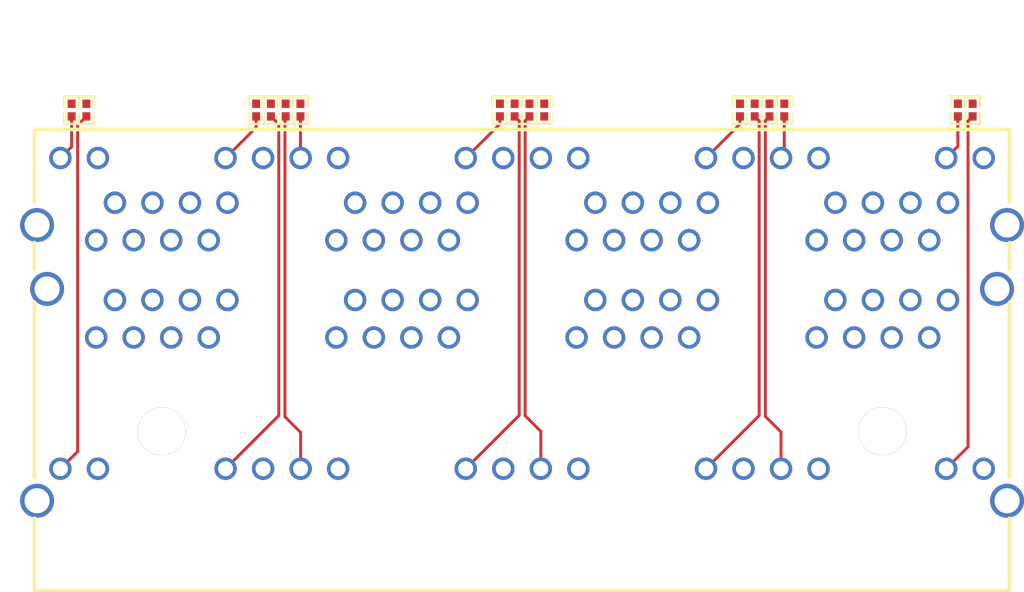
<source format=kicad_pcb>
(kicad_pcb (version 20241229) (generator "pcbnew") (generator_version "9.0")
  (layers (0 "F.Cu" signal) (2 "B.Cu" signal) (13 "F.Paste" user) (15 "B.Paste" user) (5 "F.SilkS" user "F.Silkscreen") (7 "B.SilkS" user "B.Silkscreen") (1 "F.Mask" user) (3 "B.Mask" user) (25 "Edge.Cuts" user))
  (net 0 "")
  (net 1 "ethernet[3]-ETH_P2_N")
  (net 2 "ethernet[3]-ETH_P1_P")
  (net 3 "ethernet[5]-ETH_P2_P")
  (net 4 "ethernet[0]-ETH_LED_SPEED")
  (net 5 "_57")
  (net 6 "ethernet[0]-ETH_P2_P")
  (net 7 "ethernet[7]-ETH_P1_N")
  (net 8 "_81")
  (net 9 "ethernet[6]-ETH_P0_N")
  (net 10 "ethernet[4]-ETH_P0_P")
  (net 11 "ethernet[0]-ETH_P1_P")
  (net 12 "_36")
  (net 13 "_34")
  (net 14 "ethernet[2]-ETH_P1_N")
  (net 15 "ethernet[3]-ETH_P2_P")
  (net 16 "ethernet[0]-ETH_P2_N")
  (net 17 "ethernet[4]-ETH_P3_P")
  (net 18 "ethernet[5]-ETH_P2_N")
  (net 19 "ethernet[1]-ETH_P3_N")
  (net 20 "ethernet[7]-ETH_P3_P")
  (net 21 "_12")
  (net 22 "ethernet[5]-ETH_P0_N")
  (net 23 "_59")
  (net 24 "ethernet[4]-ETH_P1_N")
  (net 25 "ethernet[4]-ETH_P2_P")
  (net 26 "ethernet[2]-ETH_P3_P")
  (net 27 "ethernet[6]-ETH_P2_P")
  (net 28 "ethernet[4]-ETH_P3_N")
  (net 29 "ethernet[4]-ETH_P0_N")
  (net 30 "ethernet[5]-ETH_P1_N")
  (net 31 "ethernet[3]-ETH_LED_LINK")
  (net 32 "ethernet[0]-ETH_P0_P")
  (net 33 "ethernet[1]-ETH_P1_P")
  (net 34 "ethernet[7]-ETH_P3_N")
  (net 35 "ethernet[1]-ETH_LED_SPEED")
  (net 36 "ethernet[7]-ETH_P0_N")
  (net 37 "ethernet[6]-ETH_P3_N")
  (net 38 "ethernet[6]-ETH_P2_N")
  (net 39 "ethernet[7]-ETH_LED_SPEED")
  (net 40 "ethernet[2]-ETH_P0_P")
  (net 41 "ethernet[1]-ETH_P2_P")
  (net 42 "ethernet[2]-ETH_P3_N")
  (net 43 "_93")
  (net 44 "GND")
  (net 45 "ethernet[4]-ETH_LED_LINK")
  (net 46 "ethernet[3]-ETH_P1_N")
  (net 47 "ethernet[5]-ETH_P3_P")
  (net 48 "ethernet[6]-ETH_P1_N")
  (net 49 "ethernet[6]-ETH_P1_P")
  (net 50 "ethernet[1]-ETH_P2_N")
  (net 51 "ethernet[5]-ETH_P3_N")
  (net 52 "ethernet[3]-ETH_P3_P")
  (net 53 "ethernet[0]-ETH_P1_N")
  (net 54 "ethernet[4]-ETH_P1_P")
  (net 55 "ethernet[7]-ETH_P1_P")
  (net 56 "_24")
  (net 57 "_95")
  (net 58 "ethernet[0]-ETH_LED_LINK")
  (net 59 "ethernet[5]-ETH_LED_LINK")
  (net 60 "ethernet[2]-ETH_LED_LINK")
  (net 61 "ethernet[1]-ETH_P0_N")
  (net 62 "_10")
  (net 63 "ethernet[6]-ETH_LED_SPEED")
  (net 64 "ethernet[5]-ETH_P0_P")
  (net 65 "_69")
  (net 66 "ethernet[6]-ETH_P3_P")
  (net 67 "_71")
  (net 68 "ethernet[3]-ETH_P0_P")
  (net 69 "ethernet[1]-ETH_P0_P")
  (net 70 "ethernet[2]-ETH_LED_SPEED")
  (net 71 "ethernet[2]-ETH_P1_P")
  (net 72 "ethernet[1]-ETH_P1_N")
  (net 73 "ethernet[3]-ETH_P3_N")
  (net 74 "ethernet[7]-ETH_P0_P")
  (net 75 "ethernet[2]-ETH_P0_N")
  (net 76 "ethernet[3]-ETH_LED_SPEED")
  (net 77 "ethernet[1]-ETH_LED_LINK")
  (net 78 "ethernet[6]-ETH_LED_LINK")
  (net 79 "ethernet[2]-ETH_P2_P")
  (net 80 "ethernet[0]-ETH_P3_N")
  (net 81 "_46")
  (net 82 "ethernet[0]-ETH_P3_P")
  (net 83 "ethernet[7]-ETH_P2_P")
  (net 84 "ethernet[3]-ETH_P0_N")
  (net 85 "ethernet[1]-ETH_P3_P")
  (net 86 "ethernet[7]-ETH_LED_LINK")
  (net 87 "ethernet[7]-ETH_P2_N")
  (net 88 "ethernet[4]-ETH_P2_N")
  (net 89 "_48")
  (net 90 "ethernet[5]-ETH_P1_P")
  (net 91 "ethernet[6]-ETH_P0_P")
  (net 92 "ethernet[4]-ETH_LED_SPEED")
  (net 93 "ethernet[2]-ETH_P2_N")
  (net 94 "_22")
  (net 95 "_83")
  (net 96 "ethernet[0]-ETH_P0_N")
  (net 97 "ethernet[5]-ETH_LED_SPEED")
  (net 98 "net")
  (footprint "UNI_ROYAL_0402WGF4700TCE:R0402" (layer "F.Cu") (at 140.5 98.643503 -90)
    (property "Reference" "R6" (hide yes))
    (property "Value" "470Ω ±1% 62.5mW")
    (fp_line (start -0.94 0.5) (end -0.94 -0.5) (stroke (width 0.15)) (layer "F.SilkS"))
    (fp_line (start -0.23 0.5) (end -0.94 0.5) (stroke (width 0.15)) (layer "F.SilkS"))
    (fp_line (start 0.23 0.5) (end 0.94 0.5) (stroke (width 0.15)) (layer "F.SilkS"))
    (fp_line (start 0.94 0.5) (end 0.94 -0.5) (stroke (width 0.15)) (layer "F.SilkS"))
    (fp_line (start -0.94 -0.5) (end -0.23 -0.5) (stroke (width 0.15)) (layer "F.SilkS"))
    (fp_line (start 0.94 -0.5) (end 0.23 -0.5) (stroke (width 0.15)) (layer "F.SilkS"))
    (pad "1" smd rect (at -0.43 0 270) (size 0.57 0.54) (layers "F.Cu" "F.Mask" "F.Paste") (net 97 "ethernet[5]-ETH_LED_SPEED"))
    (pad "2" smd rect (at 0.43 0 270) (size 0.57 0.54) (layers "F.Cu" "F.Mask" "F.Paste") (net 65 "_69"))
  )
  (footprint "UNI_ROYAL_0402WGF4700TCE:R0402" (layer "F.Cu") (at 123 98.643503 -90)
    (property "Reference" "R16" (hide yes))
    (property "Value" "470Ω ±1% 62.5mW")
    (fp_line (start -0.94 0.5) (end -0.94 -0.5) (stroke (width 0.15)) (layer "F.SilkS"))
    (fp_line (start -0.23 0.5) (end -0.94 0.5) (stroke (width 0.15)) (layer "F.SilkS"))
    (fp_line (start 0.23 0.5) (end 0.94 0.5) (stroke (width 0.15)) (layer "F.SilkS"))
    (fp_line (start 0.94 0.5) (end 0.94 -0.5) (stroke (width 0.15)) (layer "F.SilkS"))
    (fp_line (start -0.94 -0.5) (end -0.23 -0.5) (stroke (width 0.15)) (layer "F.SilkS"))
    (fp_line (start 0.94 -0.5) (end 0.23 -0.5) (stroke (width 0.15)) (layer "F.SilkS"))
    (pad "1" smd rect (at -0.43 0 270) (size 0.57 0.54) (layers "F.Cu" "F.Mask" "F.Paste") (net 86 "ethernet[7]-ETH_LED_LINK"))
    (pad "2" smd rect (at 0.43 0 270) (size 0.57 0.54) (layers "F.Cu" "F.Mask" "F.Paste") (net 57 "_95"))
  )
  (footprint "UNI_ROYAL_0402WGF4700TCE:R0402" (layer "F.Cu") (at 157.75 98.643503 -90)
    (property "Reference" "R1" (hide yes))
    (property "Value" "470Ω ±1% 62.5mW")
    (fp_line (start -0.94 0.5) (end -0.94 -0.5) (stroke (width 0.15)) (layer "F.SilkS"))
    (fp_line (start -0.23 0.5) (end -0.94 0.5) (stroke (width 0.15)) (layer "F.SilkS"))
    (fp_line (start 0.23 0.5) (end 0.94 0.5) (stroke (width 0.15)) (layer "F.SilkS"))
    (fp_line (start 0.94 0.5) (end 0.94 -0.5) (stroke (width 0.15)) (layer "F.SilkS"))
    (fp_line (start -0.94 -0.5) (end -0.23 -0.5) (stroke (width 0.15)) (layer "F.SilkS"))
    (fp_line (start 0.94 -0.5) (end 0.23 -0.5) (stroke (width 0.15)) (layer "F.SilkS"))
    (pad "1" smd rect (at -0.43 0 270) (size 0.57 0.54) (layers "F.Cu" "F.Mask" "F.Paste") (net 4 "ethernet[0]-ETH_LED_SPEED"))
    (pad "2" smd rect (at 0.43 0 270) (size 0.57 0.54) (layers "F.Cu" "F.Mask" "F.Paste") (net 21 "_12"))
  )
  (footprint "UNI_ROYAL_0402WGF4700TCE:R0402" (layer "F.Cu") (at 170.5 98.643503 -90)
    (property "Reference" "R13" (hide yes))
    (property "Value" "470Ω ±1% 62.5mW")
    (fp_line (start -0.94 0.5) (end -0.94 -0.5) (stroke (width 0.15)) (layer "F.SilkS"))
    (fp_line (start -0.23 0.5) (end -0.94 0.5) (stroke (width 0.15)) (layer "F.SilkS"))
    (fp_line (start 0.23 0.5) (end 0.94 0.5) (stroke (width 0.15)) (layer "F.SilkS"))
    (fp_line (start 0.94 0.5) (end 0.94 -0.5) (stroke (width 0.15)) (layer "F.SilkS"))
    (fp_line (start -0.94 -0.5) (end -0.23 -0.5) (stroke (width 0.15)) (layer "F.SilkS"))
    (fp_line (start 0.94 -0.5) (end 0.23 -0.5) (stroke (width 0.15)) (layer "F.SilkS"))
    (pad "1" smd rect (at -0.43 0 270) (size 0.57 0.54) (layers "F.Cu" "F.Mask" "F.Paste") (net 45 "ethernet[4]-ETH_LED_LINK"))
    (pad "2" smd rect (at 0.43 0 270) (size 0.57 0.54) (layers "F.Cu" "F.Mask" "F.Paste") (net 23 "_59"))
  )
  (footprint "UNI_ROYAL_0402WGF4700TCE:R0402" (layer "F.Cu") (at 154.75 98.643503 -90)
    (property "Reference" "R10" (hide yes))
    (property "Value" "470Ω ±1% 62.5mW")
    (fp_line (start -0.94 0.5) (end -0.94 -0.5) (stroke (width 0.15)) (layer "F.SilkS"))
    (fp_line (start -0.23 0.5) (end -0.94 0.5) (stroke (width 0.15)) (layer "F.SilkS"))
    (fp_line (start 0.23 0.5) (end 0.94 0.5) (stroke (width 0.15)) (layer "F.SilkS"))
    (fp_line (start 0.94 0.5) (end 0.94 -0.5) (stroke (width 0.15)) (layer "F.SilkS"))
    (fp_line (start -0.94 -0.5) (end -0.23 -0.5) (stroke (width 0.15)) (layer "F.SilkS"))
    (fp_line (start 0.94 -0.5) (end 0.23 -0.5) (stroke (width 0.15)) (layer "F.SilkS"))
    (pad "1" smd rect (at -0.43 0 270) (size 0.57 0.54) (layers "F.Cu" "F.Mask" "F.Paste") (net 77 "ethernet[1]-ETH_LED_LINK"))
    (pad "2" smd rect (at 0.43 0 270) (size 0.57 0.54) (layers "F.Cu" "F.Mask" "F.Paste") (net 94 "_22"))
  )
  (footprint "UNI_ROYAL_0402WGF4700TCE:R0402" (layer "F.Cu") (at 156.75 98.643503 -90)
    (property "Reference" "R5" (hide yes))
    (property "Value" "470Ω ±1% 62.5mW")
    (fp_line (start -0.94 0.5) (end -0.94 -0.5) (stroke (width 0.15)) (layer "F.SilkS"))
    (fp_line (start -0.23 0.5) (end -0.94 0.5) (stroke (width 0.15)) (layer "F.SilkS"))
    (fp_line (start 0.23 0.5) (end 0.94 0.5) (stroke (width 0.15)) (layer "F.SilkS"))
    (fp_line (start 0.94 0.5) (end 0.94 -0.5) (stroke (width 0.15)) (layer "F.SilkS"))
    (fp_line (start -0.94 -0.5) (end -0.23 -0.5) (stroke (width 0.15)) (layer "F.SilkS"))
    (fp_line (start 0.94 -0.5) (end 0.23 -0.5) (stroke (width 0.15)) (layer "F.SilkS"))
    (pad "1" smd rect (at -0.43 0 270) (size 0.57 0.54) (layers "F.Cu" "F.Mask" "F.Paste") (net 92 "ethernet[4]-ETH_LED_SPEED"))
    (pad "2" smd rect (at 0.43 0 270) (size 0.57 0.54) (layers "F.Cu" "F.Mask" "F.Paste") (net 5 "_57"))
  )
  (footprint "UNI_ROYAL_0402WGF4700TCE:R0402" (layer "F.Cu") (at 122 98.643503 -90)
    (property "Reference" "R12" (hide yes))
    (property "Value" "470Ω ±1% 62.5mW")
    (fp_line (start -0.94 0.5) (end -0.94 -0.5) (stroke (width 0.15)) (layer "F.SilkS"))
    (fp_line (start -0.23 0.5) (end -0.94 0.5) (stroke (width 0.15)) (layer "F.SilkS"))
    (fp_line (start 0.23 0.5) (end 0.94 0.5) (stroke (width 0.15)) (layer "F.SilkS"))
    (fp_line (start 0.94 0.5) (end 0.94 -0.5) (stroke (width 0.15)) (layer "F.SilkS"))
    (fp_line (start -0.94 -0.5) (end -0.23 -0.5) (stroke (width 0.15)) (layer "F.SilkS"))
    (fp_line (start 0.94 -0.5) (end 0.23 -0.5) (stroke (width 0.15)) (layer "F.SilkS"))
    (pad "1" smd rect (at -0.43 0 270) (size 0.57 0.54) (layers "F.Cu" "F.Mask" "F.Paste") (net 31 "ethernet[3]-ETH_LED_LINK"))
    (pad "2" smd rect (at 0.43 0 270) (size 0.57 0.54) (layers "F.Cu" "F.Mask" "F.Paste") (net 81 "_46"))
  )
  (footprint "UNI_ROYAL_0402WGF4700TCE:R0402" (layer "F.Cu") (at 139.5 98.643503 -90)
    (property "Reference" "R15" (hide yes))
    (property "Value" "470Ω ±1% 62.5mW")
    (fp_line (start -0.94 0.5) (end -0.94 -0.5) (stroke (width 0.15)) (layer "F.SilkS"))
    (fp_line (start -0.23 0.5) (end -0.94 0.5) (stroke (width 0.15)) (layer "F.SilkS"))
    (fp_line (start 0.23 0.5) (end 0.94 0.5) (stroke (width 0.15)) (layer "F.SilkS"))
    (fp_line (start 0.94 0.5) (end 0.94 -0.5) (stroke (width 0.15)) (layer "F.SilkS"))
    (fp_line (start -0.94 -0.5) (end -0.23 -0.5) (stroke (width 0.15)) (layer "F.SilkS"))
    (fp_line (start 0.94 -0.5) (end 0.23 -0.5) (stroke (width 0.15)) (layer "F.SilkS"))
    (pad "1" smd rect (at -0.43 0 270) (size 0.57 0.54) (layers "F.Cu" "F.Mask" "F.Paste") (net 78 "ethernet[6]-ETH_LED_LINK"))
    (pad "2" smd rect (at 0.43 0 270) (size 0.57 0.54) (layers "F.Cu" "F.Mask" "F.Paste") (net 95 "_83"))
  )
  (footprint "HCTL_HC_RJ45_059C_2_4_1:RJ45-TH_HC-RJ45-059C-2X4-1" (layer "F.Cu") (at 140 113.5 0)
    (property "Reference" "U1" (hide yes))
    (property "Value" "")
    (fp_line (start -33 -13.54) (end -33 -8.62) (stroke (width 0.25)) (layer "F.SilkS"))
    (fp_line (start -33 -5.88) (end -33 -4.02) (stroke (width 0.25)) (layer "F.SilkS"))
    (fp_line (start -33 -1.84) (end -33 10.05) (stroke (width 0.25)) (layer "F.SilkS"))
    (fp_line (start -33 12.79) (end -33 17.69) (stroke (width 0.25)) (layer "F.SilkS"))
    (fp_line (start 33 -13.54) (end -33 -13.54) (stroke (width 0.25)) (layer "F.SilkS"))
    (fp_line (start 33 -13.54) (end 33 -8.62) (stroke (width 0.25)) (layer "F.SilkS"))
    (fp_line (start 33 -5.88) (end 33 -4.02) (stroke (width 0.25)) (layer "F.SilkS"))
    (fp_line (start 33 -1.84) (end 33 10.05) (stroke (width 0.25)) (layer "F.SilkS"))
    (fp_line (start 33 12.79) (end 33 17.69) (stroke (width 0.25)) (layer "F.SilkS"))
    (fp_line (start 33 17.69) (end -33 17.69) (stroke (width 0.25)) (layer "F.SilkS"))
    (pad "" thru_hole circle (at -24.39 6.9 0) (size 3.25 3.25) (drill 3.25) (layers "*.Cu" "*.Mask") (net 98 "net"))
    (pad "" thru_hole circle (at 24.39 6.9 0) (size 3.25 3.25) (drill 3.25) (layers "*.Cu" "*.Mask") (net 98 "net"))
    (pad "1" thru_hole circle (at 28.83 -8.58 0) (size 1.52 1.52) (drill 1.020013) (layers "*.Cu" "*.Mask") (net 32 "ethernet[0]-ETH_P0_P"))
    (pad "2" thru_hole circle (at 27.56 -6.04 0) (size 1.52 1.52) (drill 1.020013) (layers "*.Cu" "*.Mask") (net 96 "ethernet[0]-ETH_P0_N"))
    (pad "3" thru_hole circle (at 26.29 -8.58 0) (size 1.52 1.52) (drill 1.020013) (layers "*.Cu" "*.Mask") (net 11 "ethernet[0]-ETH_P1_P"))
    (pad "4" thru_hole circle (at 25.02 -6.04 0) (size 1.52 1.52) (drill 1.020013) (layers "*.Cu" "*.Mask") (net 6 "ethernet[0]-ETH_P2_P"))
    (pad "5" thru_hole circle (at 23.75 -8.58 0) (size 1.52 1.52) (drill 1.020013) (layers "*.Cu" "*.Mask") (net 16 "ethernet[0]-ETH_P2_N"))
    (pad "6" thru_hole circle (at 22.48 -6.04 0) (size 1.52 1.52) (drill 1.020013) (layers "*.Cu" "*.Mask") (net 53 "ethernet[0]-ETH_P1_N"))
    (pad "7" thru_hole circle (at 21.21 -8.58 0) (size 1.52 1.52) (drill 1.020013) (layers "*.Cu" "*.Mask") (net 82 "ethernet[0]-ETH_P3_P"))
    (pad "8" thru_hole circle (at 19.94 -6.04 0) (size 1.52 1.52) (drill 1.020013) (layers "*.Cu" "*.Mask") (net 80 "ethernet[0]-ETH_P3_N"))
    (pad "9" thru_hole circle (at 31.25 -11.61 0) (size 1.52 1.52) (drill 1.020013) (layers "*.Cu" "*.Mask") (net 44 "GND"))
    (pad "10" thru_hole circle (at 28.71 -11.61 0) (size 1.52 1.52) (drill 1.020013) (layers "*.Cu" "*.Mask") (net 62 "_10"))
    (pad "11" thru_hole circle (at 20.07 -11.61 0) (size 1.52 1.52) (drill 1.020013) (layers "*.Cu" "*.Mask") (net 44 "GND"))
    (pad "12" thru_hole circle (at 17.53 -11.61 0) (size 1.52 1.52) (drill 1.020013) (layers "*.Cu" "*.Mask") (net 21 "_12"))
    (pad "13" thru_hole circle (at 12.58 -8.58 0) (size 1.52 1.52) (drill 1.020013) (layers "*.Cu" "*.Mask") (net 69 "ethernet[1]-ETH_P0_P"))
    (pad "14" thru_hole circle (at 11.31 -6.04 0) (size 1.52 1.52) (drill 1.020013) (layers "*.Cu" "*.Mask") (net 61 "ethernet[1]-ETH_P0_N"))
    (pad "15" thru_hole circle (at 10.04 -8.58 0) (size 1.52 1.52) (drill 1.020013) (layers "*.Cu" "*.Mask") (net 33 "ethernet[1]-ETH_P1_P"))
    (pad "16" thru_hole circle (at 8.77 -6.04 0) (size 1.52 1.52) (drill 1.020013) (layers "*.Cu" "*.Mask") (net 41 "ethernet[1]-ETH_P2_P"))
    (pad "17" thru_hole circle (at 7.5 -8.58 0) (size 1.52 1.52) (drill 1.020013) (layers "*.Cu" "*.Mask") (net 50 "ethernet[1]-ETH_P2_N"))
    (pad "18" thru_hole circle (at 6.23 -6.04 0) (size 1.52 1.52) (drill 1.020013) (layers "*.Cu" "*.Mask") (net 72 "ethernet[1]-ETH_P1_N"))
    (pad "19" thru_hole circle (at 4.96 -8.58 0) (size 1.52 1.52) (drill 1.020013) (layers "*.Cu" "*.Mask") (net 85 "ethernet[1]-ETH_P3_P"))
    (pad "20" thru_hole circle (at 3.69 -6.04 0) (size 1.52 1.52) (drill 1.020013) (layers "*.Cu" "*.Mask") (net 19 "ethernet[1]-ETH_P3_N"))
    (pad "21" thru_hole circle (at 14.99 -11.61 0) (size 1.52 1.52) (drill 1.020013) (layers "*.Cu" "*.Mask") (net 44 "GND"))
    (pad "22" thru_hole circle (at 12.45 -11.61 0) (size 1.52 1.52) (drill 1.020013) (layers "*.Cu" "*.Mask") (net 94 "_22"))
    (pad "23" thru_hole circle (at 3.81 -11.61 0) (size 1.52 1.52) (drill 1.020013) (layers "*.Cu" "*.Mask") (net 44 "GND"))
    (pad "24" thru_hole circle (at 1.27 -11.61 0) (size 1.52 1.52) (drill 1.020013) (layers "*.Cu" "*.Mask") (net 56 "_24"))
    (pad "25" thru_hole circle (at -3.68 -8.58 0) (size 1.52 1.52) (drill 1.020013) (layers "*.Cu" "*.Mask") (net 40 "ethernet[2]-ETH_P0_P"))
    (pad "26" thru_hole circle (at -4.95 -6.04 0) (size 1.52 1.52) (drill 1.020013) (layers "*.Cu" "*.Mask") (net 75 "ethernet[2]-ETH_P0_N"))
    (pad "27" thru_hole circle (at -6.22 -8.58 0) (size 1.52 1.52) (drill 1.020013) (layers "*.Cu" "*.Mask") (net 71 "ethernet[2]-ETH_P1_P"))
    (pad "28" thru_hole circle (at -7.49 -6.04 0) (size 1.52 1.52) (drill 1.020013) (layers "*.Cu" "*.Mask") (net 79 "ethernet[2]-ETH_P2_P"))
    (pad "29" thru_hole circle (at -8.76 -8.58 0) (size 1.52 1.52) (drill 1.020013) (layers "*.Cu" "*.Mask") (net 93 "ethernet[2]-ETH_P2_N"))
    (pad "30" thru_hole circle (at -10.03 -6.04 0) (size 1.52 1.52) (drill 1.020013) (layers "*.Cu" "*.Mask") (net 14 "ethernet[2]-ETH_P1_N"))
    (pad "31" thru_hole circle (at -11.3 -8.58 0) (size 1.52 1.52) (drill 1.020013) (layers "*.Cu" "*.Mask") (net 26 "ethernet[2]-ETH_P3_P"))
    (pad "32" thru_hole circle (at -12.57 -6.04 0) (size 1.52 1.52) (drill 1.020013) (layers "*.Cu" "*.Mask") (net 42 "ethernet[2]-ETH_P3_N"))
    (pad "33" thru_hole circle (at -1.27 -11.61 0) (size 1.52 1.52) (drill 1.020013) (layers "*.Cu" "*.Mask") (net 44 "GND"))
    (pad "34" thru_hole circle (at -3.81 -11.61 0) (size 1.52 1.52) (drill 1.020013) (layers "*.Cu" "*.Mask") (net 13 "_34"))
    (pad "35" thru_hole circle (at -12.45 -11.61 0) (size 1.52 1.52) (drill 1.020013) (layers "*.Cu" "*.Mask") (net 44 "GND"))
    (pad "36" thru_hole circle (at -14.99 -11.61 0) (size 1.52 1.52) (drill 1.020013) (layers "*.Cu" "*.Mask") (net 12 "_36"))
    (pad "37" thru_hole circle (at -19.94 -8.58 0) (size 1.52 1.52) (drill 1.020013) (layers "*.Cu" "*.Mask") (net 68 "ethernet[3]-ETH_P0_P"))
    (pad "38" thru_hole circle (at -21.21 -6.04 0) (size 1.52 1.52) (drill 1.020013) (layers "*.Cu" "*.Mask") (net 84 "ethernet[3]-ETH_P0_N"))
    (pad "39" thru_hole circle (at -22.48 -8.58 0) (size 1.52 1.52) (drill 1.020013) (layers "*.Cu" "*.Mask") (net 2 "ethernet[3]-ETH_P1_P"))
    (pad "40" thru_hole circle (at -23.75 -6.04 0) (size 1.52 1.52) (drill 1.020013) (layers "*.Cu" "*.Mask") (net 15 "ethernet[3]-ETH_P2_P"))
    (pad "41" thru_hole circle (at -25.02 -8.58 0) (size 1.52 1.52) (drill 1.020013) (layers "*.Cu" "*.Mask") (net 1 "ethernet[3]-ETH_P2_N"))
    (pad "42" thru_hole circle (at -26.29 -6.04 0) (size 1.52 1.52) (drill 1.020013) (layers "*.Cu" "*.Mask") (net 46 "ethernet[3]-ETH_P1_N"))
    (pad "43" thru_hole circle (at -27.56 -8.58 0) (size 1.52 1.52) (drill 1.020013) (layers "*.Cu" "*.Mask") (net 52 "ethernet[3]-ETH_P3_P"))
    (pad "44" thru_hole circle (at -28.83 -6.04 0) (size 1.52 1.52) (drill 1.020013) (layers "*.Cu" "*.Mask") (net 73 "ethernet[3]-ETH_P3_N"))
    (pad "45" thru_hole circle (at -17.53 -11.61 0) (size 1.52 1.52) (drill 1.020013) (layers "*.Cu" "*.Mask") (net 44 "GND"))
    (pad "46" thru_hole circle (at -20.07 -11.61 0) (size 1.52 1.52) (drill 1.020013) (layers "*.Cu" "*.Mask") (net 81 "_46"))
    (pad "47" thru_hole circle (at -28.71 -11.61 0) (size 1.52 1.52) (drill 1.020013) (layers "*.Cu" "*.Mask") (net 44 "GND"))
    (pad "48" thru_hole circle (at -31.25 -11.61 0) (size 1.52 1.52) (drill 1.020013) (layers "*.Cu" "*.Mask") (net 89 "_48"))
    (pad "49" thru_hole circle (at 19.94 0.55 0) (size 1.52 1.52) (drill 1.020013) (layers "*.Cu" "*.Mask") (net 10 "ethernet[4]-ETH_P0_P"))
    (pad "50" thru_hole circle (at 21.21 -1.99 0) (size 1.52 1.52) (drill 1.020013) (layers "*.Cu" "*.Mask") (net 29 "ethernet[4]-ETH_P0_N"))
    (pad "51" thru_hole circle (at 22.48 0.55 0) (size 1.52 1.52) (drill 1.020013) (layers "*.Cu" "*.Mask") (net 54 "ethernet[4]-ETH_P1_P"))
    (pad "52" thru_hole circle (at 23.75 -1.99 0) (size 1.52 1.52) (drill 1.020013) (layers "*.Cu" "*.Mask") (net 25 "ethernet[4]-ETH_P2_P"))
    (pad "53" thru_hole circle (at 25.02 0.55 0) (size 1.52 1.52) (drill 1.020013) (layers "*.Cu" "*.Mask") (net 88 "ethernet[4]-ETH_P2_N"))
    (pad "54" thru_hole circle (at 26.29 -1.99 0) (size 1.52 1.52) (drill 1.020013) (layers "*.Cu" "*.Mask") (net 24 "ethernet[4]-ETH_P1_N"))
    (pad "55" thru_hole circle (at 27.56 0.55 0) (size 1.52 1.52) (drill 1.020013) (layers "*.Cu" "*.Mask") (net 17 "ethernet[4]-ETH_P3_P"))
    (pad "56" thru_hole circle (at 28.83 -1.99 0) (size 1.52 1.52) (drill 1.020013) (layers "*.Cu" "*.Mask") (net 28 "ethernet[4]-ETH_P3_N"))
    (pad "57" thru_hole circle (at 17.53 9.44 0) (size 1.52 1.52) (drill 1.020013) (layers "*.Cu" "*.Mask") (net 5 "_57"))
    (pad "58" thru_hole circle (at 20.07 9.44 0) (size 1.52 1.52) (drill 1.020013) (layers "*.Cu" "*.Mask") (net 44 "GND"))
    (pad "59" thru_hole circle (at 28.71 9.44 0) (size 1.52 1.52) (drill 1.020013) (layers "*.Cu" "*.Mask") (net 23 "_59"))
    (pad "60" thru_hole circle (at 31.25 9.44 0) (size 1.52 1.52) (drill 1.020013) (layers "*.Cu" "*.Mask") (net 44 "GND"))
    (pad "61" thru_hole circle (at 3.69 0.55 0) (size 1.52 1.52) (drill 1.020013) (layers "*.Cu" "*.Mask") (net 64 "ethernet[5]-ETH_P0_P"))
    (pad "62" thru_hole circle (at 4.96 -1.99 0) (size 1.52 1.52) (drill 1.020013) (layers "*.Cu" "*.Mask") (net 22 "ethernet[5]-ETH_P0_N"))
    (pad "63" thru_hole circle (at 6.23 0.55 0) (size 1.52 1.52) (drill 1.020013) (layers "*.Cu" "*.Mask") (net 90 "ethernet[5]-ETH_P1_P"))
    (pad "64" thru_hole circle (at 7.5 -1.99 0) (size 1.52 1.52) (drill 1.020013) (layers "*.Cu" "*.Mask") (net 3 "ethernet[5]-ETH_P2_P"))
    (pad "65" thru_hole circle (at 8.77 0.55 0) (size 1.52 1.52) (drill 1.020013) (layers "*.Cu" "*.Mask") (net 18 "ethernet[5]-ETH_P2_N"))
    (pad "66" thru_hole circle (at 10.04 -1.99 0) (size 1.52 1.52) (drill 1.020013) (layers "*.Cu" "*.Mask") (net 30 "ethernet[5]-ETH_P1_N"))
    (pad "67" thru_hole circle (at 11.31 0.55 0) (size 1.52 1.52) (drill 1.020013) (layers "*.Cu" "*.Mask") (net 47 "ethernet[5]-ETH_P3_P"))
    (pad "68" thru_hole circle (at 12.58 -1.99 0) (size 1.52 1.52) (drill 1.020013) (layers "*.Cu" "*.Mask") (net 51 "ethernet[5]-ETH_P3_N"))
    (pad "69" thru_hole circle (at 1.27 9.44 0) (size 1.52 1.52) (drill 1.020013) (layers "*.Cu" "*.Mask") (net 65 "_69"))
    (pad "70" thru_hole circle (at 3.81 9.44 0) (size 1.52 1.52) (drill 1.020013) (layers "*.Cu" "*.Mask") (net 44 "GND"))
    (pad "71" thru_hole circle (at 12.45 9.44 0) (size 1.52 1.52) (drill 1.020013) (layers "*.Cu" "*.Mask") (net 67 "_71"))
    (pad "72" thru_hole circle (at 14.99 9.44 0) (size 1.52 1.52) (drill 1.020013) (layers "*.Cu" "*.Mask") (net 44 "GND"))
    (pad "73" thru_hole circle (at -12.57 0.55 0) (size 1.52 1.52) (drill 1.020013) (layers "*.Cu" "*.Mask") (net 91 "ethernet[6]-ETH_P0_P"))
    (pad "74" thru_hole circle (at -11.3 -1.99 0) (size 1.52 1.52) (drill 1.020013) (layers "*.Cu" "*.Mask") (net 9 "ethernet[6]-ETH_P0_N"))
    (pad "75" thru_hole circle (at -10.03 0.55 0) (size 1.52 1.52) (drill 1.020013) (layers "*.Cu" "*.Mask") (net 49 "ethernet[6]-ETH_P1_P"))
    (pad "76" thru_hole circle (at -8.76 -1.99 0) (size 1.52 1.52) (drill 1.020013) (layers "*.Cu" "*.Mask") (net 27 "ethernet[6]-ETH_P2_P"))
    (pad "77" thru_hole circle (at -7.49 0.55 0) (size 1.52 1.52) (drill 1.020013) (layers "*.Cu" "*.Mask") (net 38 "ethernet[6]-ETH_P2_N"))
    (pad "78" thru_hole circle (at -6.22 -1.99 0) (size 1.52 1.52) (drill 1.020013) (layers "*.Cu" "*.Mask") (net 48 "ethernet[6]-ETH_P1_N"))
    (pad "79" thru_hole circle (at -4.95 0.55 0) (size 1.52 1.52) (drill 1.020013) (layers "*.Cu" "*.Mask") (net 66 "ethernet[6]-ETH_P3_P"))
    (pad "80" thru_hole circle (at -3.68 -1.99 0) (size 1.52 1.52) (drill 1.020013) (layers "*.Cu" "*.Mask") (net 37 "ethernet[6]-ETH_P3_N"))
    (pad "81" thru_hole circle (at -14.99 9.44 0) (size 1.52 1.52) (drill 1.020013) (layers "*.Cu" "*.Mask") (net 8 "_81"))
    (pad "82" thru_hole circle (at -12.45 9.44 0) (size 1.52 1.52) (drill 1.020013) (layers "*.Cu" "*.Mask") (net 44 "GND"))
    (pad "83" thru_hole circle (at -3.81 9.44 0) (size 1.52 1.52) (drill 1.020013) (layers "*.Cu" "*.Mask") (net 95 "_83"))
    (pad "84" thru_hole circle (at -1.27 9.44 0) (size 1.52 1.52) (drill 1.020013) (layers "*.Cu" "*.Mask") (net 44 "GND"))
    (pad "85" thru_hole circle (at -28.83 0.55 0) (size 1.52 1.52) (drill 1.020013) (layers "*.Cu" "*.Mask") (net 74 "ethernet[7]-ETH_P0_P"))
    (pad "86" thru_hole circle (at -27.56 -1.99 0) (size 1.52 1.52) (drill 1.020013) (layers "*.Cu" "*.Mask") (net 36 "ethernet[7]-ETH_P0_N"))
    (pad "87" thru_hole circle (at -26.29 0.55 0) (size 1.52 1.52) (drill 1.020013) (layers "*.Cu" "*.Mask") (net 55 "ethernet[7]-ETH_P1_P"))
    (pad "88" thru_hole circle (at -25.02 -1.99 0) (size 1.52 1.52) (drill 1.020013) (layers "*.Cu" "*.Mask") (net 83 "ethernet[7]-ETH_P2_P"))
    (pad "89" thru_hole circle (at -23.75 0.55 0) (size 1.52 1.52) (drill 1.020013) (layers "*.Cu" "*.Mask") (net 87 "ethernet[7]-ETH_P2_N"))
    (pad "90" thru_hole circle (at -22.48 -1.99 0) (size 1.52 1.52) (drill 1.020013) (layers "*.Cu" "*.Mask") (net 7 "ethernet[7]-ETH_P1_N"))
    (pad "91" thru_hole circle (at -21.21 0.55 0) (size 1.52 1.52) (drill 1.020013) (layers "*.Cu" "*.Mask") (net 20 "ethernet[7]-ETH_P3_P"))
    (pad "92" thru_hole circle (at -19.94 -1.99 0) (size 1.52 1.52) (drill 1.020013) (layers "*.Cu" "*.Mask") (net 34 "ethernet[7]-ETH_P3_N"))
    (pad "93" thru_hole circle (at -31.25 9.44 0) (size 1.52 1.52) (drill 1.020013) (layers "*.Cu" "*.Mask") (net 43 "_93"))
    (pad "94" thru_hole circle (at -28.71 9.44 0) (size 1.52 1.52) (drill 1.020013) (layers "*.Cu" "*.Mask") (net 44 "GND"))
    (pad "95" thru_hole circle (at -20.07 9.44 0) (size 1.52 1.52) (drill 1.020013) (layers "*.Cu" "*.Mask") (net 57 "_95"))
    (pad "96" thru_hole circle (at -17.53 9.44 0) (size 1.52 1.52) (drill 1.020013) (layers "*.Cu" "*.Mask") (net 44 "GND"))
    (pad "97" thru_hole circle (at 32.83 -7.07 0) (size 2.3 2.3) (drill 1.700022) (layers "*.Cu" "*.Mask") (net 44 "GND"))
    (pad "98" thru_hole circle (at 32.15 -2.74 0) (size 2.3 2.3) (drill 1.700022) (layers "*.Cu" "*.Mask") (net 44 "GND"))
    (pad "99" thru_hole circle (at 32.83 11.61 0) (size 2.3 2.3) (drill 1.700022) (layers "*.Cu" "*.Mask") (net 44 "GND"))
    (pad "100" thru_hole circle (at -32.83 -7.07 0) (size 2.3 2.3) (drill 1.700022) (layers "*.Cu" "*.Mask") (net 44 "GND"))
    (pad "101" thru_hole circle (at -32.15 -2.74 0) (size 2.3 2.3) (drill 1.700022) (layers "*.Cu" "*.Mask") (net 44 "GND"))
    (pad "102" thru_hole circle (at -32.83 11.61 0) (size 2.3 2.3) (drill 1.700022) (layers "*.Cu" "*.Mask") (net 44 "GND"))
  )
  (footprint "UNI_ROYAL_0402WGF4700TCE:R0402" (layer "F.Cu") (at 169.5 98.643503 -90)
    (property "Reference" "R9" (hide yes))
    (property "Value" "470Ω ±1% 62.5mW")
    (fp_line (start -0.94 0.5) (end -0.94 -0.5) (stroke (width 0.15)) (layer "F.SilkS"))
    (fp_line (start -0.23 0.5) (end -0.94 0.5) (stroke (width 0.15)) (layer "F.SilkS"))
    (fp_line (start 0.23 0.5) (end 0.94 0.5) (stroke (width 0.15)) (layer "F.SilkS"))
    (fp_line (start 0.94 0.5) (end 0.94 -0.5) (stroke (width 0.15)) (layer "F.SilkS"))
    (fp_line (start -0.94 -0.5) (end -0.23 -0.5) (stroke (width 0.15)) (layer "F.SilkS"))
    (fp_line (start 0.94 -0.5) (end 0.23 -0.5) (stroke (width 0.15)) (layer "F.SilkS"))
    (pad "1" smd rect (at -0.43 0 270) (size 0.57 0.54) (layers "F.Cu" "F.Mask" "F.Paste") (net 58 "ethernet[0]-ETH_LED_LINK"))
    (pad "2" smd rect (at 0.43 0 270) (size 0.57 0.54) (layers "F.Cu" "F.Mask" "F.Paste") (net 62 "_10"))
  )
  (footprint "UNI_ROYAL_0402WGF4700TCE:R0402" (layer "F.Cu") (at 109.50913 98.643503 -90)
    (property "Reference" "R4" (hide yes))
    (property "Value" "470Ω ±1% 62.5mW")
    (fp_line (start -0.94 0.5) (end -0.94 -0.5) (stroke (width 0.15)) (layer "F.SilkS"))
    (fp_line (start -0.23 0.5) (end -0.94 0.5) (stroke (width 0.15)) (layer "F.SilkS"))
    (fp_line (start 0.23 0.5) (end 0.94 0.5) (stroke (width 0.15)) (layer "F.SilkS"))
    (fp_line (start 0.94 0.5) (end 0.94 -0.5) (stroke (width 0.15)) (layer "F.SilkS"))
    (fp_line (start -0.94 -0.5) (end -0.23 -0.5) (stroke (width 0.15)) (layer "F.SilkS"))
    (fp_line (start 0.94 -0.5) (end 0.23 -0.5) (stroke (width 0.15)) (layer "F.SilkS"))
    (pad "1" smd rect (at -0.43 0 270) (size 0.57 0.54) (layers "F.Cu" "F.Mask" "F.Paste") (net 76 "ethernet[3]-ETH_LED_SPEED"))
    (pad "2" smd rect (at 0.43 0 270) (size 0.57 0.54) (layers "F.Cu" "F.Mask" "F.Paste") (net 89 "_48"))
  )
  (footprint "UNI_ROYAL_0402WGF4700TCE:R0402" (layer "F.Cu") (at 155.75 98.643503 -90)
    (property "Reference" "R14" (hide yes))
    (property "Value" "470Ω ±1% 62.5mW")
    (fp_line (start -0.94 0.5) (end -0.94 -0.5) (stroke (width 0.15)) (layer "F.SilkS"))
    (fp_line (start -0.23 0.5) (end -0.94 0.5) (stroke (width 0.15)) (layer "F.SilkS"))
    (fp_line (start 0.23 0.5) (end 0.94 0.5) (stroke (width 0.15)) (layer "F.SilkS"))
    (fp_line (start 0.94 0.5) (end 0.94 -0.5) (stroke (width 0.15)) (layer "F.SilkS"))
    (fp_line (start -0.94 -0.5) (end -0.23 -0.5) (stroke (width 0.15)) (layer "F.SilkS"))
    (fp_line (start 0.94 -0.5) (end 0.23 -0.5) (stroke (width 0.15)) (layer "F.SilkS"))
    (pad "1" smd rect (at -0.43 0 270) (size 0.57 0.54) (layers "F.Cu" "F.Mask" "F.Paste") (net 59 "ethernet[5]-ETH_LED_LINK"))
    (pad "2" smd rect (at 0.43 0 270) (size 0.57 0.54) (layers "F.Cu" "F.Mask" "F.Paste") (net 67 "_71"))
  )
  (footprint "UNI_ROYAL_0402WGF4700TCE:R0402" (layer "F.Cu") (at 138.5 98.643503 -90)
    (property "Reference" "R11" (hide yes))
    (property "Value" "470Ω ±1% 62.5mW")
    (fp_line (start -0.94 0.5) (end -0.94 -0.5) (stroke (width 0.15)) (layer "F.SilkS"))
    (fp_line (start -0.23 0.5) (end -0.94 0.5) (stroke (width 0.15)) (layer "F.SilkS"))
    (fp_line (start 0.23 0.5) (end 0.94 0.5) (stroke (width 0.15)) (layer "F.SilkS"))
    (fp_line (start 0.94 0.5) (end 0.94 -0.5) (stroke (width 0.15)) (layer "F.SilkS"))
    (fp_line (start -0.94 -0.5) (end -0.23 -0.5) (stroke (width 0.15)) (layer "F.SilkS"))
    (fp_line (start 0.94 -0.5) (end 0.23 -0.5) (stroke (width 0.15)) (layer "F.SilkS"))
    (pad "1" smd rect (at -0.43 0 270) (size 0.57 0.54) (layers "F.Cu" "F.Mask" "F.Paste") (net 60 "ethernet[2]-ETH_LED_LINK"))
    (pad "2" smd rect (at 0.43 0 270) (size 0.57 0.54) (layers "F.Cu" "F.Mask" "F.Paste") (net 13 "_34"))
  )
  (footprint "UNI_ROYAL_0402WGF4700TCE:R0402" (layer "F.Cu") (at 125 98.643503 -90)
    (property "Reference" "R3" (hide yes))
    (property "Value" "470Ω ±1% 62.5mW")
    (fp_line (start -0.94 0.5) (end -0.94 -0.5) (stroke (width 0.15)) (layer "F.SilkS"))
    (fp_line (start -0.23 0.5) (end -0.94 0.5) (stroke (width 0.15)) (layer "F.SilkS"))
    (fp_line (start 0.23 0.5) (end 0.94 0.5) (stroke (width 0.15)) (layer "F.SilkS"))
    (fp_line (start 0.94 0.5) (end 0.94 -0.5) (stroke (width 0.15)) (layer "F.SilkS"))
    (fp_line (start -0.94 -0.5) (end -0.23 -0.5) (stroke (width 0.15)) (layer "F.SilkS"))
    (fp_line (start 0.94 -0.5) (end 0.23 -0.5) (stroke (width 0.15)) (layer "F.SilkS"))
    (pad "1" smd rect (at -0.43 0 270) (size 0.57 0.54) (layers "F.Cu" "F.Mask" "F.Paste") (net 70 "ethernet[2]-ETH_LED_SPEED"))
    (pad "2" smd rect (at 0.43 0 270) (size 0.57 0.54) (layers "F.Cu" "F.Mask" "F.Paste") (net 12 "_36"))
  )
  (footprint "UNI_ROYAL_0402WGF4700TCE:R0402" (layer "F.Cu") (at 124 98.643503 -90)
    (property "Reference" "R7" (hide yes))
    (property "Value" "470Ω ±1% 62.5mW")
    (fp_line (start -0.94 0.5) (end -0.94 -0.5) (stroke (width 0.15)) (layer "F.SilkS"))
    (fp_line (start -0.23 0.5) (end -0.94 0.5) (stroke (width 0.15)) (layer "F.SilkS"))
    (fp_line (start 0.23 0.5) (end 0.94 0.5) (stroke (width 0.15)) (layer "F.SilkS"))
    (fp_line (start 0.94 0.5) (end 0.94 -0.5) (stroke (width 0.15)) (layer "F.SilkS"))
    (fp_line (start -0.94 -0.5) (end -0.23 -0.5) (stroke (width 0.15)) (layer "F.SilkS"))
    (fp_line (start 0.94 -0.5) (end 0.23 -0.5) (stroke (width 0.15)) (layer "F.SilkS"))
    (pad "1" smd rect (at -0.43 0 270) (size 0.57 0.54) (layers "F.Cu" "F.Mask" "F.Paste") (net 63 "ethernet[6]-ETH_LED_SPEED"))
    (pad "2" smd rect (at 0.43 0 270) (size 0.57 0.54) (layers "F.Cu" "F.Mask" "F.Paste") (net 8 "_81"))
  )
  (footprint "UNI_ROYAL_0402WGF4700TCE:R0402" (layer "F.Cu") (at 110.506495 98.643503 -90)
    (property "Reference" "R8" (hide yes))
    (property "Value" "470Ω ±1% 62.5mW")
    (fp_line (start -0.94 0.5) (end -0.94 -0.5) (stroke (width 0.15)) (layer "F.SilkS"))
    (fp_line (start -0.23 0.5) (end -0.94 0.5) (stroke (width 0.15)) (layer "F.SilkS"))
    (fp_line (start 0.23 0.5) (end 0.94 0.5) (stroke (width 0.15)) (layer "F.SilkS"))
    (fp_line (start 0.94 0.5) (end 0.94 -0.5) (stroke (width 0.15)) (layer "F.SilkS"))
    (fp_line (start -0.94 -0.5) (end -0.23 -0.5) (stroke (width 0.15)) (layer "F.SilkS"))
    (fp_line (start 0.94 -0.5) (end 0.23 -0.5) (stroke (width 0.15)) (layer "F.SilkS"))
    (pad "1" smd rect (at -0.43 0 270) (size 0.57 0.54) (layers "F.Cu" "F.Mask" "F.Paste") (net 39 "ethernet[7]-ETH_LED_SPEED"))
    (pad "2" smd rect (at 0.43 0 270) (size 0.57 0.54) (layers "F.Cu" "F.Mask" "F.Paste") (net 43 "_93"))
  )
  (footprint "UNI_ROYAL_0402WGF4700TCE:R0402" (layer "F.Cu") (at 141.5 98.643503 -90)
    (property "Reference" "R2" (hide yes))
    (property "Value" "470Ω ±1% 62.5mW")
    (fp_line (start -0.94 0.5) (end -0.94 -0.5) (stroke (width 0.15)) (layer "F.SilkS"))
    (fp_line (start -0.23 0.5) (end -0.94 0.5) (stroke (width 0.15)) (layer "F.SilkS"))
    (fp_line (start 0.23 0.5) (end 0.94 0.5) (stroke (width 0.15)) (layer "F.SilkS"))
    (fp_line (start 0.94 0.5) (end 0.94 -0.5) (stroke (width 0.15)) (layer "F.SilkS"))
    (fp_line (start -0.94 -0.5) (end -0.23 -0.5) (stroke (width 0.15)) (layer "F.SilkS"))
    (fp_line (start 0.94 -0.5) (end 0.23 -0.5) (stroke (width 0.15)) (layer "F.SilkS"))
    (pad "1" smd rect (at -0.43 0 270) (size 0.57 0.54) (layers "F.Cu" "F.Mask" "F.Paste") (net 35 "ethernet[1]-ETH_LED_SPEED"))
    (pad "2" smd rect (at 0.43 0 270) (size 0.57 0.54) (layers "F.Cu" "F.Mask" "F.Paste") (net 56 "_24"))
  )
  (segment (start 157.53 120.458975) (end 157.53 122.94) (width 0.2) (net 5) (layer "F.Cu"))
  (segment (start 156.469 99.354503) (end 156.469 119.397975) (width 0.2) (net 5) (layer "F.Cu"))
  (segment (start 156.75 99.073503) (end 156.469 99.354503) (width 0.2) (net 5) (layer "F.Cu"))
  (segment (start 156.469 119.397975) (end 157.53 120.458975) (width 0.2) (net 5) (layer "F.Cu"))
  (segment (start 124 99.073503) (end 123.949 99.124503) (width 0.2) (net 8) (layer "F.Cu"))
  (segment (start 123.949 99.124503) (end 123.949 119.417409) (width 0.2) (net 8) (layer "F.Cu"))
  (segment (start 123.949 119.417409) (end 125.01 120.478409) (width 0.2) (net 8) (layer "F.Cu"))
  (segment (start 125.01 120.478409) (end 125.01 122.94) (width 0.2) (net 8) (layer "F.Cu"))
  (segment (start 125 101.88) (end 125.01 101.89) (width 0.2) (net 12) (layer "F.Cu"))
  (segment (start 125 99.073503) (end 125 101.88) (width 0.2) (net 12) (layer "F.Cu"))
  (segment (start 138.5 99.58) (end 136.19 101.89) (width 0.2) (net 13) (layer "F.Cu"))
  (segment (start 138.5 99.073503) (end 138.5 99.58) (width 0.2) (net 13) (layer "F.Cu"))
  (segment (start 157.75 101.67) (end 157.53 101.89) (width 0.2) (net 21) (layer "F.Cu"))
  (segment (start 157.75 99.073503) (end 157.75 101.67) (width 0.2) (net 21) (layer "F.Cu"))
  (segment (start 170.189 99.384503) (end 170.189 121.461) (width 0.2) (net 23) (layer "F.Cu"))
  (segment (start 170.189 121.461) (end 168.71 122.94) (width 0.2) (net 23) (layer "F.Cu"))
  (segment (start 170.5 99.073503) (end 170.189 99.384503) (width 0.2) (net 23) (layer "F.Cu"))
  (segment (start 109.914999 99.664999) (end 109.91013 99.669868) (width 0.2) (net 43) (layer "F.Cu"))
  (segment (start 109.914999 99.664999) (end 109.914999 121.775001) (width 0.2) (net 43) (layer "F.Cu"))
  (segment (start 109.914999 121.775001) (end 108.75 122.94) (width 0.2) (net 43) (layer "F.Cu"))
  (segment (start 110.506495 99.073503) (end 109.914999 99.664999) (width 0.2) (net 43) (layer "F.Cu"))
  (segment (start 123.531 99.604503) (end 123.531 119.339) (width 0.2) (net 57) (layer "F.Cu"))
  (segment (start 123 99.073503) (end 123.531 99.604503) (width 0.2) (net 57) (layer "F.Cu"))
  (segment (start 123.531 119.339) (end 119.93 122.94) (width 0.2) (net 57) (layer "F.Cu"))
  (segment (start 169.5 101.1) (end 169.5 99.073503) (width 0.2) (net 62) (layer "F.Cu"))
  (segment (start 168.71 101.89) (end 169.5 101.1) (width 0.2) (net 62) (layer "F.Cu"))
  (segment (start 140.209 99.364503) (end 140.209 119.346624) (width 0.2) (net 65) (layer "F.Cu"))
  (segment (start 140.209 119.346624) (end 141.27 120.407624) (width 0.2) (net 65) (layer "F.Cu"))
  (segment (start 140.5 99.073503) (end 140.209 99.364503) (width 0.2) (net 65) (layer "F.Cu"))
  (segment (start 141.27 120.407624) (end 141.27 122.94) (width 0.2) (net 65) (layer "F.Cu"))
  (segment (start 156.051 119.339) (end 152.45 122.94) (width 0.2) (net 67) (layer "F.Cu"))
  (segment (start 155.75 99.073503) (end 156.051 99.374503) (width 0.2) (net 67) (layer "F.Cu"))
  (segment (start 156.051 99.374503) (end 156.051 119.339) (width 0.2) (net 67) (layer "F.Cu"))
  (segment (start 122 99.073503) (end 122 99.82) (width 0.2) (net 81) (layer "F.Cu"))
  (segment (start 122 99.82) (end 119.93 101.89) (width 0.2) (net 81) (layer "F.Cu"))
  (segment (start 109.50913 99.073503) (end 109.50913 101.13087) (width 0.2) (net 89) (layer "F.Cu"))
  (segment (start 109.50913 101.13087) (end 108.75 101.89) (width 0.2) (net 89) (layer "F.Cu"))
  (segment (start 154.75 99.59) (end 152.45 101.89) (width 0.2) (net 94) (layer "F.Cu"))
  (segment (start 154.75 99.073503) (end 154.75 99.59) (width 0.2) (net 94) (layer "F.Cu"))
  (segment (start 139.5 99.073503) (end 139.80867 99.382173) (width 0.2) (net 95) (layer "F.Cu"))
  (segment (start 139.80867 99.382173) (end 139.80867 119.32133) (width 0.2) (net 95) (layer "F.Cu"))
  (segment (start 139.80867 119.32133) (end 136.19 122.94) (width 0.2) (net 95) (layer "F.Cu"))
)
</source>
